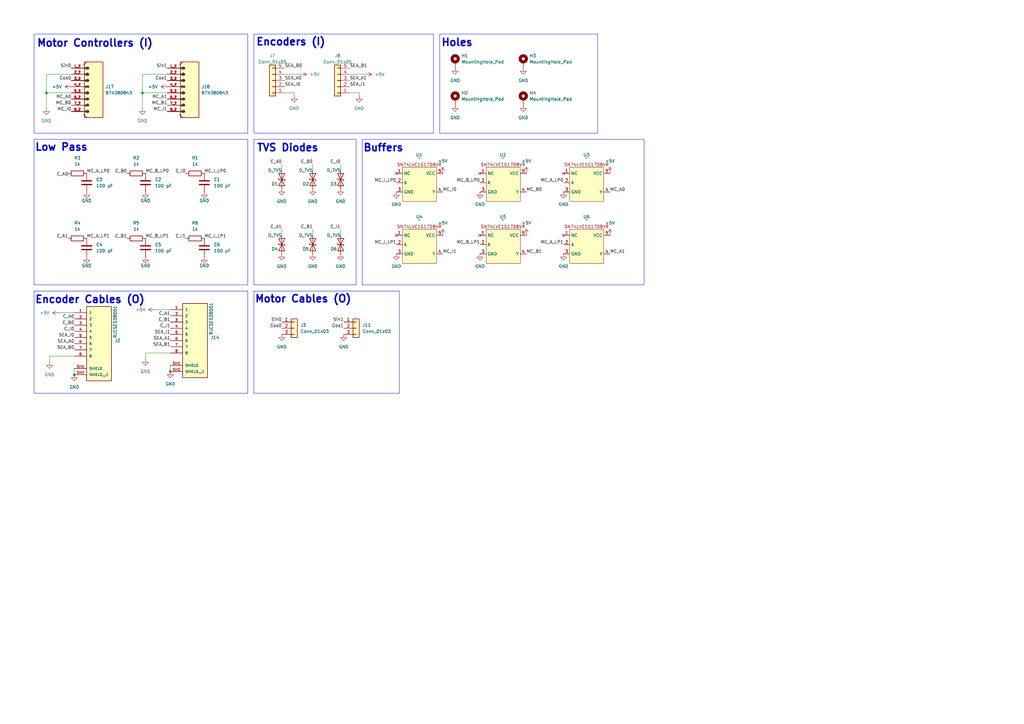
<source format=kicad_sch>
(kicad_sch (version 20250114) (generator "eeschema") (generator_version "9.0")
  (paper "A3")
  (lib_symbols
    (symbol "Buffers:SN74LVC1G17DBVR"
      (property "Reference" "U" (at 6.858 3.048 0))
      (symbol "SN74LVC1G17DBVR_1_1"
        (rectangle (start 0 0) (end 13.97 -13.97) (fill (type background)))
        (text "SN74LVC1G17DBVR" (at 6.858 1.016 0) (effects (font (size 1.27 1.27))))
        (pin input line (at -2.54 -2.54 0) (length 2.54) (name "NC") (number "1"))
        (pin input line (at -2.54 -6.35 0) (length 2.54) (name "A") (number "2"))
        (pin input line (at -2.54 -10.16 0) (length 2.54) (name "GND") (number "3"))
        (pin input line (at 16.51 -2.54 180) (length 2.54) (name "VCC") (number "5"))
        (pin input line (at 16.51 -10.16 180) (length 2.54) (name "Y") (number "4"))
      )
    )
    (symbol "Connector_Generic:Conn_01x03" (pin_names (offset 1.016) (hide yes))
      (property "Reference" "J" (at 0 5.08 0))
      (property "Value" "Conn_01x03" (at 0 -5.08 0))
      (symbol "Conn_01x03_1_1"
        (rectangle (start -1.27 3.81) (end 1.27 -3.81) (stroke (width 0.254)) (fill (type background)))
        (rectangle (start -1.27 2.667) (end 0 2.413) (stroke (width 0.1524)))
        (rectangle (start -1.27 0.127) (end 0 -0.127) (stroke (width 0.1524)))
        (rectangle (start -1.27 -2.413) (end 0 -2.667) (stroke (width 0.1524)))
        (pin passive line (at -5.08 2.54 0) (length 3.81) (name "Pin_1") (number "1"))
        (pin passive line (at -5.08 0 0) (length 3.81) (name "Pin_2") (number "2"))
        (pin passive line (at -5.08 -2.54 0) (length 3.81) (name "Pin_3") (number "3"))
      )
    )
    (symbol "Connector_Generic:Conn_01x05" (pin_names (offset 1.016) (hide yes))
      (property "Reference" "J" (at 0 7.62 0))
      (property "Value" "Conn_01x05" (at 0 -7.62 0))
      (symbol "Conn_01x05_1_1"
        (rectangle (start -1.27 6.35) (end 1.27 -6.35) (stroke (width 0.254)) (fill (type background)))
        (rectangle (start -1.27 5.207) (end 0 4.953) (stroke (width 0.1524)))
        (rectangle (start -1.27 2.667) (end 0 2.413) (stroke (width 0.1524)))
        (rectangle (start -1.27 0.127) (end 0 -0.127) (stroke (width 0.1524)))
        (rectangle (start -1.27 -2.413) (end 0 -2.667) (stroke (width 0.1524)))
        (rectangle (start -1.27 -4.953) (end 0 -5.207) (stroke (width 0.1524)))
        (pin passive line (at -5.08 5.08 0) (length 3.81) (name "Pin_1") (number "1"))
        (pin passive line (at -5.08 2.54 0) (length 3.81) (name "Pin_2") (number "2"))
        (pin passive line (at -5.08 0 0) (length 3.81) (name "Pin_3") (number "3"))
        (pin passive line (at -5.08 -2.54 0) (length 3.81) (name "Pin_4") (number "4"))
        (pin passive line (at -5.08 -5.08 0) (length 3.81) (name "Pin_5") (number "5"))
      )
    )
    (symbol "Device:C" (pin_numbers (hide yes)) (pin_names (offset 0.254))
      (property "Reference" "C" (at 0.635 2.54 0))
      (property "Value" "C" (at 0.635 -2.54 0))
      (symbol "C_0_1"
        (polyline (pts (xy -2.032 0.762) (xy 2.032 0.762)) (stroke (width 0.508)))
        (polyline (pts (xy -2.032 -0.762) (xy 2.032 -0.762)) (stroke (width 0.508)))
      )
      (symbol "C_1_1"
        (pin passive line (at 0 3.81 270) (length 2.794) (name "~") (number "1"))
        (pin passive line (at 0 -3.81 90) (length 2.794) (name "~") (number "2"))
      )
    )
    (symbol "Device:D_TVS" (pin_numbers (hide yes)) (pin_names (offset 1.016) (hide yes))
      (property "Reference" "D" (at 0 2.54 0))
      (property "Value" "D_TVS" (at 0 -2.54 0))
      (symbol "D_TVS_0_1"
        (polyline (pts (xy -2.54 1.27) (xy -2.54 -1.27) (xy 2.54 1.27) (xy 2.54 -1.27) (xy -2.54 1.27)) (stroke (width 0.254)))
        (polyline (pts (xy 0.508 1.27) (xy 0 1.27) (xy 0 -1.27) (xy -0.508 -1.27)) (stroke (width 0.254)))
        (polyline (pts (xy 1.27 0) (xy -1.27 0)))
      )
      (symbol "D_TVS_1_1"
        (pin passive line (at -3.81 0 0) (length 2.54) (name "A1") (number "1"))
        (pin passive line (at 3.81 0 180) (length 2.54) (name "A2") (number "2"))
      )
    )
    (symbol "Device:R" (pin_numbers (hide yes)) (pin_names (offset 0))
      (property "Reference" "R" (at 2.032 0 90))
      (property "Value" "R" (at 0 0 90))
      (symbol "R_0_1"
        (rectangle (start -1.016 -2.54) (end 1.016 2.54) (stroke (width 0.254)))
      )
      (symbol "R_1_1"
        (pin passive line (at 0 3.81 270) (length 1.27) (name "~") (number "1"))
        (pin passive line (at 0 -3.81 90) (length 1.27) (name "~") (number "2"))
      )
    )
    (symbol "Mechanical:MountingHole_Pad" (pin_numbers (hide yes)) (pin_names (offset 1.016) (hide yes)) (exclude_from_sim yes) (in_bom no)
      (property "Reference" "H" (at 0 6.35 0))
      (property "Value" "MountingHole_Pad" (at 0 4.445 0))
      (symbol "MountingHole_Pad_0_1"
        (circle (center 0 1.27) (radius 1.27) (stroke (width 1.27)))
      )
      (symbol "MountingHole_Pad_1_1"
        (pin input line (at 0 -2.54 90) (length 2.54) (name "1") (number "1"))
      )
    )
    (symbol "RJCSE538001:RJCSE538001" (pin_names (offset 1.016))
      (property "Reference" "J" (at -5.08 13.462 0))
      (property "Value" "RJCSE538001" (at -5.08 -20.32 0))
      (symbol "RJCSE538001_0_0"
        (rectangle (start -5.08 -17.78) (end 5.08 12.7) (stroke (width 0.254)) (fill (type background)))
        (pin passive line (at -10.16 10.16 0) (length 5.08) (name "1") (number "1"))
        (pin passive line (at -10.16 7.62 0) (length 5.08) (name "2") (number "2"))
        (pin passive line (at -10.16 5.08 0) (length 5.08) (name "3") (number "3"))
        (pin passive line (at -10.16 2.54 0) (length 5.08) (name "4") (number "4"))
        (pin passive line (at -10.16 0 0) (length 5.08) (name "5") (number "5"))
        (pin passive line (at -10.16 -2.54 0) (length 5.08) (name "6") (number "6"))
        (pin passive line (at -10.16 -5.08 0) (length 5.08) (name "7") (number "7"))
        (pin passive line (at -10.16 -7.62 0) (length 5.08) (name "8") (number "8"))
        (pin passive line (at -10.16 -12.7 0) (length 5.08) (name "SHIELD") (number "SH1"))
        (pin passive line (at -10.16 -15.24 0) (length 5.08) (name "SHIELD__1") (number "SH2"))
      )
    )
    (symbol "USM_conn:874380843" (pin_names (offset 1.016))
      (property "Reference" "J" (at 0 11.43 0))
      (property "Value" "874380843" (at 0 -15.24 0))
      (symbol "874380843_0_0"
        (polyline (pts (xy 0 7.62) (xy 1.905 7.62)) (stroke (width 0.254)))
        (polyline (pts (xy 0 5.08) (xy 1.905 5.08)) (stroke (width 0.254)))
        (polyline (pts (xy 0 2.54) (xy 1.905 2.54)) (stroke (width 0.254)))
        (polyline (pts (xy 0 0) (xy 1.905 0)) (stroke (width 0.254)))
        (polyline (pts (xy 0 -2.54) (xy 1.905 -2.54)) (stroke (width 0.254)))
        (polyline (pts (xy 0 -5.08) (xy 1.905 -5.08)) (stroke (width 0.254)))
        (polyline (pts (xy 0 -7.62) (xy 1.905 -7.62)) (stroke (width 0.254)))
        (polyline (pts (xy 0 -10.16) (xy 1.905 -10.16)) (stroke (width 0.254)))
        (polyline (pts (xy 0 -11.43) (xy 1.27 -12.7)) (stroke (width 0.254)))
        (rectangle (start 0.3175 -12.7) (end 7.9375 10.16) (stroke (width 0.254)) (fill (type background)))
        (rectangle (start 0.635 7.3025) (end 2.2225 7.9375) (stroke (width 0.1)) (fill (type outline)))
        (rectangle (start 0.635 4.7625) (end 2.2225 5.3975) (stroke (width 0.1)) (fill (type outline)))
        (rectangle (start 0.635 2.2225) (end 2.2225 2.8575) (stroke (width 0.1)) (fill (type outline)))
        (rectangle (start 0.635 -0.3175) (end 2.2225 0.3175) (stroke (width 0.1)) (fill (type outline)))
        (rectangle (start 0.635 -2.8575) (end 2.2225 -2.2225) (stroke (width 0.1)) (fill (type outline)))
        (rectangle (start 0.635 -5.3975) (end 2.2225 -4.7625) (stroke (width 0.1)) (fill (type outline)))
        (rectangle (start 0.635 -7.9375) (end 2.2225 -7.3025) (stroke (width 0.1)) (fill (type outline)))
        (rectangle (start 0.635 -10.4775) (end 2.2225 -9.8425) (stroke (width 0.1)) (fill (type outline)))
        (polyline (pts (xy 1.27 10.16) (xy 0 8.89)) (stroke (width 0.254)))
        (pin passive line (at -5.08 7.62 0) (length 5.08) (name "1") (number "1_1"))
        (pin passive line (at -5.08 7.62 0) (length 5.08) (name "1") (number "1_2"))
        (pin passive line (at -5.08 5.08 0) (length 5.08) (name "2") (number "2_1"))
        (pin passive line (at -5.08 5.08 0) (length 5.08) (name "2") (number "2_2"))
        (pin passive line (at -5.08 2.54 0) (length 5.08) (name "3") (number "3_1"))
        (pin passive line (at -5.08 2.54 0) (length 5.08) (name "3") (number "3_2"))
        (pin passive line (at -5.08 0 0) (length 5.08) (name "4") (number "4_1"))
        (pin passive line (at -5.08 0 0) (length 5.08) (name "4") (number "4_2"))
        (pin passive line (at -5.08 -2.54 0) (length 5.08) (name "5") (number "5_1"))
        (pin passive line (at -5.08 -2.54 0) (length 5.08) (name "5") (number "5_2"))
        (pin passive line (at -5.08 -5.08 0) (length 5.08) (name "6") (number "6_1"))
        (pin passive line (at -5.08 -5.08 0) (length 5.08) (name "6") (number "6_2"))
        (pin passive line (at -5.08 -7.62 0) (length 5.08) (name "7") (number "7_1"))
        (pin passive line (at -5.08 -7.62 0) (length 5.08) (name "7") (number "7_2"))
        (pin passive line (at -5.08 -10.16 0) (length 5.08) (name "8") (number "8_1"))
        (pin passive line (at -5.08 -10.16 0) (length 5.08) (name "8") (number "8_2"))
      )
    )
    (symbol "power:+5V" (power) (pin_numbers (hide yes)) (pin_names (offset 0) (hide yes))
      (property "Value" "+5V" (at 0 3.556 0))
      (symbol "+5V_0_1"
        (polyline (pts (xy -0.762 1.27) (xy 0 2.54)))
        (polyline (pts (xy 0 2.54) (xy 0.762 1.27)))
        (polyline (pts (xy 0 0) (xy 0 2.54)))
      )
      (symbol "+5V_1_1"
        (pin power_in line (at 0 0 90) (length 0) (name "~") (number "1"))
      )
    )
    (symbol "power:GND" (power) (pin_numbers (hide yes)) (pin_names (offset 0) (hide yes))
      (property "Value" "GND" (at 0 -3.81 0))
      (symbol "GND_0_1"
        (polyline (pts (xy 0 0) (xy 0 -1.27) (xy 1.27 -1.27) (xy 0 -2.54) (xy -1.27 -1.27) (xy 0 -1.27)))
      )
      (symbol "GND_1_1"
        (pin power_in line (at 0 0 270) (length 0) (name "~") (number "1"))
      )
    )
  )
  (rectangle (start 13.97 119.38) (end 101.6 161.29))
  (rectangle (start 13.97 13.97) (end 101.6 54.61))
  (rectangle (start 104.14 119.38) (end 163.83 161.29))
  (rectangle (start 13.97 57.15) (end 101.6 116.84))
  (rectangle (start 104.14 57.15) (end 146.05 116.84))
  (rectangle (start 148.59 57.15) (end 264.16 116.84))
  (rectangle (start 180.34 13.97) (end 245.11 54.61))
  (rectangle (start 104.14 13.97) (end 177.8 54.61))
  (text "Holes" (at 180.848 19.304 0) (effects (font (size 3 3) (thickness 0.6) (bold yes)) (justify left bottom)))
  (text "Low Pass" (at 14.224 62.23 0) (effects (font (size 3 3) (thickness 0.6) (bold yes)) (justify left bottom)))
  (text "TVS Diodes" (at 105.156 62.484 0) (effects (font (size 3 3) (thickness 0.6) (bold yes)) (justify left bottom)))
  (text "Buffers" (at 148.844 62.484 0) (effects (font (size 3 3) (thickness 0.6) (bold yes)) (justify left bottom)))
  (text "Encoders (I)\n" (at 104.902 19.05 0) (effects (font (size 3 3) (thickness 0.6) (bold yes)) (justify left bottom)))
  (text "Motor Cables (O)\n" (at 104.394 124.46 0) (effects (font (size 3 3) (thickness 0.6) (bold yes)) (justify left bottom)))
  (text "Motor Controllers (I)\n" (at 14.986 19.558 0) (effects (font (size 3 3) (thickness 0.6) (bold yes)) (justify left bottom)))
  (text "Encoder Cables (O)\n" (at 14.224 124.714 0) (effects (font (size 3 3) (thickness 0.6) (bold yes)) (justify left bottom)))
  (junction (at 30.48 153.67))
  (junction (at 58.42 38.1))
  (junction (at 69.85 152.4))
  (junction (at 19.05 38.1))
  (no_connect (at 196.85 71.12))
  (no_connect (at 162.56 96.52))
  (no_connect (at 231.14 96.52))
  (no_connect (at 196.85 96.52))
  (no_connect (at 231.14 71.12))
  (no_connect (at 162.56 71.12))
  (wire (pts (xy 63.5 127) (xy 69.85 127)))
  (wire (pts (xy 27.94 71.12) (xy 27.94 72.39)))
  (wire (pts (xy 147.32 39.37) (xy 147.32 38.1)))
  (wire (pts (xy 59.69 147.32) (xy 59.69 144.78)))
  (wire (pts (xy 58.42 30.48) (xy 58.42 38.1)))
  (wire (pts (xy 30.48 151.13) (xy 30.48 153.67)))
  (wire (pts (xy 19.05 38.1) (xy 29.21 38.1)))
  (wire (pts (xy 128.27 67.31) (xy 128.27 69.85)))
  (wire (pts (xy 19.05 30.48) (xy 19.05 38.1)))
  (wire (pts (xy 19.05 38.1) (xy 19.05 44.45)))
  (wire (pts (xy 58.42 38.1) (xy 58.42 44.45)))
  (wire (pts (xy 24.13 128.27) (xy 30.48 128.27)))
  (wire (pts (xy 115.57 67.31) (xy 115.57 69.85)))
  (wire (pts (xy 120.65 38.1) (xy 116.84 38.1)))
  (wire (pts (xy 58.42 38.1) (xy 68.58 38.1)))
  (wire (pts (xy 139.7 67.31) (xy 139.7 69.85)))
  (wire (pts (xy 30.48 146.05) (xy 20.32 146.05)))
  (wire (pts (xy 139.7 93.98) (xy 139.7 96.52)))
  (wire (pts (xy 123.19 30.48) (xy 116.84 30.48)))
  (wire (pts (xy 29.21 30.48) (xy 19.05 30.48)))
  (wire (pts (xy 115.57 93.98) (xy 115.57 96.52)))
  (wire (pts (xy 147.32 38.1) (xy 143.51 38.1)))
  (wire (pts (xy 69.85 144.78) (xy 59.69 144.78)))
  (wire (pts (xy 69.85 149.86) (xy 69.85 152.4)))
  (wire (pts (xy 128.27 93.98) (xy 128.27 96.52)))
  (wire (pts (xy 120.65 39.37) (xy 120.65 38.1)))
  (wire (pts (xy 149.86 30.48) (xy 143.51 30.48)))
  (wire (pts (xy 20.32 148.59) (xy 20.32 146.05)))
  (wire (pts (xy 68.58 30.48) (xy 58.42 30.48)))
  (label "Sin0" (at 29.21 27.94 180))
  (label "Sin1" (at 140.97 132.08 180))
  (label "MC_B_LP1" (at 59.69 97.79 0))
  (label "C_B1" (at 52.07 97.79 180))
  (label "MC_B_LP0" (at 59.69 71.12 0))
  (label "C_A1" (at 115.57 93.98 180))
  (label "Cos0" (at 115.57 134.62 180))
  (label "SEA_I1" (at 69.85 137.16 180))
  (label "MC_I_LP1" (at 162.56 100.33 180))
  (label "C_B1" (at 69.85 132.08 180))
  (label "MC_B1" (at 215.9 104.14 0))
  (label "SEA_A0" (at 30.48 140.97 180))
  (label "SEA_I0" (at 116.84 35.56 0))
  (label "MC_I1" (at 68.58 45.72 180))
  (label "MC_I_LP0" (at 162.56 74.93 180))
  (label "MC_B0" (at 215.9 78.74 0))
  (label "MC_B_LP1" (at 196.85 100.33 180))
  (label "MC_I1" (at 181.61 104.14 0))
  (label "Sin0" (at 115.57 132.08 180))
  (label "C_I1" (at 139.7 93.98 180))
  (label "Cos1" (at 140.97 134.62 180))
  (label "MC_A_LP1" (at 231.14 100.33 180))
  (label "SEA_B0" (at 116.84 27.94 0))
  (label "C_A1" (at 27.94 97.79 180))
  (label "SEA_I1" (at 143.51 35.56 0))
  (label "C_I0" (at 139.7 67.31 180))
  (label "MC_A_LP0" (at 231.14 74.93 180))
  (label "Cos1" (at 68.58 33.02 180))
  (label "MC_A0" (at 29.21 40.64 180))
  (label "MC_I0" (at 181.61 78.74 0))
  (label "SEA_B0" (at 30.48 143.51 180))
  (label "C_B1" (at 128.27 93.98 180))
  (label "MC_I_LP0" (at 83.82 71.12 0))
  (label "MC_I0" (at 29.21 45.72 180))
  (label "SEA_A0" (at 116.84 33.02 0))
  (label "MC_B_LP0" (at 196.85 74.93 180))
  (label "C_B0" (at 128.27 67.31 180))
  (label "C_I1" (at 69.85 134.62 180))
  (label "MC_B0" (at 29.21 43.18 180))
  (label "MC_A1" (at 68.58 40.64 180))
  (label "C_B0" (at 30.48 133.35 180))
  (label "Sin1" (at 68.58 27.94 180))
  (label "MC_A0" (at 250.19 78.74 0))
  (label "C_A0" (at 115.57 67.31 180))
  (label "MC_A_LP0" (at 35.56 71.12 0))
  (label "SEA_A1" (at 143.51 33.02 0))
  (label "MC_A_LP1" (at 35.56 97.79 0))
  (label "C_I0" (at 30.48 135.89 180))
  (label "SEA_B1" (at 143.51 27.94 0))
  (label "C_A0" (at 30.48 130.81 180))
  (label "MC_B1" (at 68.58 43.18 180))
  (label "C_I1" (at 76.2 97.79 180))
  (label "SEA_B1" (at 69.85 142.24 180))
  (label "SEA_A1" (at 69.85 139.7 180))
  (label "Cos0" (at 29.21 33.02 180))
  (label "C_A1" (at 69.85 129.54 180))
  (label "MC_I_LP1" (at 83.82 97.79 0))
  (label "SEA_I0" (at 30.48 138.43 180))
  (label "MC_A1" (at 250.19 104.14 0))
  (label "C_A0" (at 27.94 72.39 180))
  (label "C_B0" (at 52.07 71.12 180))
  (label "C_I0" (at 76.2 71.12 180))
  (symbol (lib_id "USM_conn:874380843") (at 73.66 35.56 0) (unit 1)
    (property "Reference" "J18" (at 82.55 35.5599 0) (effects (justify left)))
    (property "Value" "874380843" (at 82.55 38.0999 0) (effects (justify left)))
    (property "Footprint" "USM_conn:USM_conn" (effects (hide yes)))
    (property "DigiKey_Part_Number" "WM7652TR-ND" (effects (hide yes)))
    (property "SnapEDA_Link" "https://www.snapeda.com/parts/0874380843/Molex/view-part/?ref=snap" (effects (hide yes)))
    (property "MAXIMUM_PACKAGE_HEIGHT" "4.45 mm" (effects (hide yes)))
    (property "Package" "None" (effects (hide yes)))
    (property "Check_prices" "https://www.snapeda.com/parts/0874380843/Molex/view-part/?ref=eda" (effects (hide yes)))
    (property "STANDARD" "Manufacturer Recommendations" (effects (hide yes)))
    (property "PARTREV" "A" (effects (hide yes)))
    (property "MF" "Molex" (effects (hide yes)))
    (property "MP" "0874380843" (effects (hide yes)))
    (property "Description_1" "Connector Header Surface Mount, Right Angle 8 position 0.059 (1.50mm)" (effects (hide yes)))
    (property "MANUFACTURER" "Molex" (effects (hide yes)))
  )
  (symbol (lib_id "power:GND") (at 59.69 147.32 0) (unit 1)
    (property "Reference" "#PWR036" (effects (hide yes)))
    (property "Value" "GND" (at 59.69 152.4 0))
    (property "Description" "Power symbol creates a global label with name \"GND\" , ground" (effects (hide yes)))
  )
  (symbol (lib_id "power:GND") (at 186.69 27.94 0) (unit 1)
    (property "Reference" "#PWR027" (effects (hide yes)))
    (property "Value" "GND" (at 186.69 33.02 0))
    (property "Description" "Power symbol creates a global label with name \"GND\" , ground" (effects (hide yes)))
  )
  (symbol (lib_id "power:GND") (at 115.57 104.14 0) (unit 1)
    (property "Reference" "#PWR063" (effects (hide yes)))
    (property "Value" "GND" (at 115.57 109.22 0))
    (property "Description" "Power symbol creates a global label with name \"GND\" , ground" (effects (hide yes)))
  )
  (symbol (lib_id "Device:R") (at 31.75 71.12 90) (unit 1)
    (property "Reference" "R3" (at 31.75 64.77 90))
    (property "Value" "1k" (at 31.75 67.31 90))
    (property "Footprint" "Capacitor_SMD:C_0805_2012Metric_Pad1.18x1.45mm_HandSolder" (effects (hide yes)))
    (property "Description" "Resistor" (effects (hide yes)))
  )
  (symbol (lib_id "Buffers:SN74LVC1G17DBVR") (at 199.39 93.98 0) (unit 1)
    (property "Reference" "U5" (at 206.248 88.9 0))
    (property "Value" "~" (at 206.248 90.17 0))
    (property "Footprint" "Package_TO_SOT_SMD:SOT-23-5" (effects (hide yes)))
  )
  (symbol (lib_id "USM_conn:874380843") (at 34.29 35.56 0) (unit 1)
    (property "Reference" "J17" (at 43.18 35.5599 0) (effects (justify left)))
    (property "Value" "874380843" (at 43.18 38.0999 0) (effects (justify left)))
    (property "Footprint" "USM_conn:USM_conn" (effects (hide yes)))
    (property "DigiKey_Part_Number" "WM7652TR-ND" (effects (hide yes)))
    (property "SnapEDA_Link" "https://www.snapeda.com/parts/0874380843/Molex/view-part/?ref=snap" (effects (hide yes)))
    (property "MAXIMUM_PACKAGE_HEIGHT" "4.45 mm" (effects (hide yes)))
    (property "Package" "None" (effects (hide yes)))
    (property "Check_prices" "https://www.snapeda.com/parts/0874380843/Molex/view-part/?ref=eda" (effects (hide yes)))
    (property "STANDARD" "Manufacturer Recommendations" (effects (hide yes)))
    (property "PARTREV" "A" (effects (hide yes)))
    (property "MF" "Molex" (effects (hide yes)))
    (property "MP" "0874380843" (effects (hide yes)))
    (property "Description_1" "Connector Header Surface Mount, Right Angle 8 position 0.059 (1.50mm)" (effects (hide yes)))
    (property "MANUFACTURER" "Molex" (effects (hide yes)))
  )
  (symbol (lib_id "Device:C") (at 35.56 74.93 0) (unit 1)
    (property "Reference" "C3" (at 39.37 73.6599 0) (effects (justify left)))
    (property "Value" "100 pF" (at 39.37 76.1999 0) (effects (justify left)))
    (property "Footprint" "Capacitor_SMD:C_0805_2012Metric_Pad1.18x1.45mm_HandSolder" (effects (hide yes)))
    (property "Description" "Unpolarized capacitor" (effects (hide yes)))
  )
  (symbol (lib_id "Device:R") (at 80.01 71.12 90) (unit 1)
    (property "Reference" "R1" (at 80.01 64.77 90))
    (property "Value" "1k" (at 80.01 67.31 90))
    (property "Footprint" "Capacitor_SMD:C_0805_2012Metric_Pad1.18x1.45mm_HandSolder" (effects (hide yes)))
    (property "Description" "Resistor" (effects (hide yes)))
  )
  (symbol (lib_id "power:GND") (at 59.69 78.74 0) (mirror y) (unit 1)
    (property "Reference" "#PWR07" (effects (hide yes)))
    (property "Value" "GND" (at 59.69 82.296 0))
    (property "Description" "Power symbol creates a global label with name \"GND\" , ground" (effects (hide yes)))
  )
  (symbol (lib_id "Device:C") (at 59.69 74.93 0) (unit 1)
    (property "Reference" "C2" (at 63.5 73.6599 0) (effects (justify left)))
    (property "Value" "100 pF" (at 63.5 76.2 0) (effects (justify left)))
    (property "Footprint" "Capacitor_SMD:C_0805_2012Metric_Pad1.18x1.45mm_HandSolder" (effects (hide yes)))
    (property "Description" "Unpolarized capacitor" (effects (hide yes)))
  )
  (symbol (lib_id "power:GND") (at 214.63 27.94 0) (unit 1)
    (property "Reference" "#PWR028" (effects (hide yes)))
    (property "Value" "GND" (at 214.63 33.02 0))
    (property "Description" "Power symbol creates a global label with name \"GND\" , ground" (effects (hide yes)))
  )
  (symbol (lib_id "power:GND") (at 231.14 104.14 0) (unit 1)
    (property "Reference" "#PWR049" (effects (hide yes)))
    (property "Value" "GND" (at 231.14 109.22 0))
    (property "Description" "Power symbol creates a global label with name \"GND\" , ground" (effects (hide yes)))
  )
  (symbol (lib_id "power:+5V") (at 215.9 71.12 0) (unit 1)
    (property "Reference" "#PWR013" (effects (hide yes)))
    (property "Value" "+5V" (at 215.9 66.04 0))
    (property "Description" "Power symbol creates a global label with name \"+5V\"" (effects (hide yes)))
  )
  (symbol (lib_id "Device:D_TVS") (at 128.27 73.66 270) (unit 1)
    (property "Reference" "D2" (at 126.746 75.438 90) (effects (justify right)))
    (property "Value" "D_TVS" (at 128.27 69.85 90) (effects (justify right)))
    (property "Footprint" "Diode_SMD:D_SOD-123F" (effects (hide yes)))
    (property "Description" "Bidirectional transient-voltage-suppression diode" (effects (hide yes)))
  )
  (symbol (lib_id "Device:C") (at 83.82 74.93 0) (unit 1)
    (property "Reference" "C1" (at 87.63 73.6599 0) (effects (justify left)))
    (property "Value" "100 pF" (at 87.63 76.1999 0) (effects (justify left)))
    (property "Footprint" "Capacitor_SMD:C_0805_2012Metric_Pad1.18x1.45mm_HandSolder" (effects (hide yes)))
    (property "Description" "Unpolarized capacitor" (effects (hide yes)))
  )
  (symbol (lib_id "Buffers:SN74LVC1G17DBVR") (at 165.1 93.98 0) (unit 1)
    (property "Reference" "U4" (at 171.958 88.9 0))
    (property "Value" "~" (at 171.958 90.17 0))
    (property "Footprint" "Package_TO_SOT_SMD:SOT-23-5" (effects (hide yes)))
  )
  (symbol (lib_id "power:GND") (at 115.57 77.47 0) (unit 1)
    (property "Reference" "#PWR016" (effects (hide yes)))
    (property "Value" "GND" (at 115.57 82.55 0))
    (property "Description" "Power symbol creates a global label with name \"GND\" , ground" (effects (hide yes)))
  )
  (symbol (lib_id "power:+5V") (at 123.19 30.48 270) (unit 1)
    (property "Reference" "#PWR029" (effects (hide yes)))
    (property "Value" "+5V" (at 127 30.4799 90) (effects (justify left)))
    (property "Description" "Power symbol creates a global label with name \"+5V\"" (effects (hide yes)))
  )
  (symbol (lib_id "power:GND") (at 147.32 39.37 0) (unit 1)
    (property "Reference" "#PWR026" (effects (hide yes)))
    (property "Value" "GND" (at 147.32 44.45 0))
    (property "Description" "Power symbol creates a global label with name \"GND\" , ground" (effects (hide yes)))
  )
  (symbol (lib_id "power:+5V") (at 250.19 71.12 0) (unit 1)
    (property "Reference" "#PWR014" (effects (hide yes)))
    (property "Value" "+5V" (at 250.19 66.04 0))
    (property "Description" "Power symbol creates a global label with name \"+5V\"" (effects (hide yes)))
  )
  (symbol (lib_id "Device:R") (at 55.88 71.12 90) (unit 1)
    (property "Reference" "R2" (at 55.88 64.77 90))
    (property "Value" "1k" (at 55.88 67.31 90))
    (property "Footprint" "Capacitor_SMD:C_0805_2012Metric_Pad1.18x1.45mm_HandSolder" (effects (hide yes)))
    (property "Description" "Resistor" (effects (hide yes)))
  )
  (symbol (lib_id "Device:D_TVS") (at 115.57 100.33 270) (unit 1)
    (property "Reference" "D4" (at 114.046 102.108 90) (effects (justify right)))
    (property "Value" "D_TVS" (at 115.57 96.52 90) (effects (justify right)))
    (property "Footprint" "Diode_SMD:D_SOD-123F" (effects (hide yes)))
    (property "Description" "Bidirectional transient-voltage-suppression diode" (effects (hide yes)))
  )
  (symbol (lib_id "power:GND") (at 139.7 77.47 0) (unit 1)
    (property "Reference" "#PWR018" (effects (hide yes)))
    (property "Value" "GND" (at 139.7 82.55 0))
    (property "Description" "Power symbol creates a global label with name \"GND\" , ground" (effects (hide yes)))
  )
  (symbol (lib_id "power:GND") (at 35.56 105.41 0) (mirror y) (unit 1)
    (property "Reference" "#PWR072" (effects (hide yes)))
    (property "Value" "GND" (at 35.56 108.966 0))
    (property "Description" "Power symbol creates a global label with name \"GND\" , ground" (effects (hide yes)))
  )
  (symbol (lib_id "power:GND") (at 214.63 43.18 0) (unit 1)
    (property "Reference" "#PWR031" (effects (hide yes)))
    (property "Value" "GND" (at 214.63 48.26 0))
    (property "Description" "Power symbol creates a global label with name \"GND\" , ground" (effects (hide yes)))
  )
  (symbol (lib_id "Buffers:SN74LVC1G17DBVR") (at 233.68 68.58 0) (unit 1)
    (property "Reference" "U3" (at 240.538 63.5 0))
    (property "Value" "~" (at 240.538 64.77 0))
    (property "Footprint" "Package_TO_SOT_SMD:SOT-23-5" (effects (hide yes)))
  )
  (symbol (lib_id "power:GND") (at 69.85 152.4 0) (unit 1)
    (property "Reference" "#PWR038" (effects (hide yes)))
    (property "Value" "GND" (at 69.85 157.48 0))
    (property "Description" "Power symbol creates a global label with name \"GND\" , ground" (effects (hide yes)))
  )
  (symbol (lib_id "RJCSE538001:RJCSE538001") (at 80.01 137.16 0) (unit 1)
    (property "Reference" "J14" (at 86.36 138.4299 0) (effects (justify left)))
    (property "Value" "RJCSE538001" (at 86.614 137.414 90) (effects (justify left)))
    (property "Footprint" "RJCSE538001:AMPHENOL_RJCSE538001" (effects (hide yes)))
    (property "PARTREV" "A" (effects (hide yes)))
    (property "STANDARD" "Manufacturer Recommendations" (effects (hide yes)))
    (property "SNAPEDA_PN" "RJCSE538001" (effects (hide yes)))
    (property "MAXIMUM_PACKAGE_HEIGHT" "13.38mm" (effects (hide yes)))
    (property "MANUFACTURER" "Amphenol" (effects (hide yes)))
  )
  (symbol (lib_id "power:GND") (at 196.85 104.14 0) (unit 1)
    (property "Reference" "#PWR047" (effects (hide yes)))
    (property "Value" "GND" (at 196.85 109.22 0))
    (property "Description" "Power symbol creates a global label with name \"GND\" , ground" (effects (hide yes)))
  )
  (symbol (lib_id "Buffers:SN74LVC1G17DBVR") (at 233.68 93.98 0) (unit 1)
    (property "Reference" "U6" (at 240.538 88.9 0))
    (property "Value" "~" (at 240.538 90.17 0))
    (property "Footprint" "Package_TO_SOT_SMD:SOT-23-5" (effects (hide yes)))
  )
  (symbol (lib_id "Device:D_TVS") (at 115.57 73.66 270) (unit 1)
    (property "Reference" "D1" (at 114.046 75.438 90) (effects (justify right)))
    (property "Value" "D_TVS" (at 115.57 69.85 90) (effects (justify right)))
    (property "Footprint" "Diode_SMD:D_SOD-123F" (effects (hide yes)))
    (property "Description" "Bidirectional transient-voltage-suppression diode" (effects (hide yes)))
  )
  (symbol (lib_id "Connector_Generic:Conn_01x03") (at 120.65 134.62 0) (unit 1)
    (property "Reference" "J3" (at 123.19 133.3499 0) (effects (justify left)))
    (property "Value" "Conn_01x03" (at 123.19 135.8899 0) (effects (justify left)))
    (property "Footprint" "Connector_Molex:Molex_KK-396_A-41792-0003_1x03_P3.96mm_Horizontal" (effects (hide yes)))
    (property "Description" "Generic connector, single row, 01x03, script generated (kicad-library-utils/schlib/autogen/connector/)" (effects (hide yes)))
  )
  (symbol (lib_id "Device:C") (at 35.56 101.6 0) (unit 1)
    (property "Reference" "C4" (at 39.37 100.3299 0) (effects (justify left)))
    (property "Value" "100 pF" (at 39.37 102.8699 0) (effects (justify left)))
    (property "Footprint" "Capacitor_SMD:C_0805_2012Metric_Pad1.18x1.45mm_HandSolder" (effects (hide yes)))
    (property "Description" "Unpolarized capacitor" (effects (hide yes)))
  )
  (symbol (lib_id "RJCSE538001:RJCSE538001") (at 40.64 138.43 0) (unit 1)
    (property "Reference" "J2" (at 46.99 139.6999 0) (effects (justify left)))
    (property "Value" "RJCSE538001" (at 47.244 138.684 90) (effects (justify left)))
    (property "Footprint" "RJCSE538001:AMPHENOL_RJCSE538001" (effects (hide yes)))
    (property "PARTREV" "A" (effects (hide yes)))
    (property "STANDARD" "Manufacturer Recommendations" (effects (hide yes)))
    (property "SNAPEDA_PN" "RJCSE538001" (effects (hide yes)))
    (property "MAXIMUM_PACKAGE_HEIGHT" "13.38mm" (effects (hide yes)))
    (property "MANUFACTURER" "Amphenol" (effects (hide yes)))
  )
  (symbol (lib_id "Buffers:SN74LVC1G17DBVR") (at 199.39 68.58 0) (unit 1)
    (property "Reference" "U2" (at 206.248 63.5 0))
    (property "Value" "~" (at 206.248 64.77 0))
    (property "Footprint" "Package_TO_SOT_SMD:SOT-23-5" (effects (hide yes)))
  )
  (symbol (lib_id "power:GND") (at 59.69 105.41 0) (mirror y) (unit 1)
    (property "Reference" "#PWR073" (effects (hide yes)))
    (property "Value" "GND" (at 59.69 108.966 0))
    (property "Description" "Power symbol creates a global label with name \"GND\" , ground" (effects (hide yes)))
  )
  (symbol (lib_id "power:+5V") (at 215.9 96.52 0) (unit 1)
    (property "Reference" "#PWR048" (effects (hide yes)))
    (property "Value" "+5V" (at 215.9 91.44 0))
    (property "Description" "Power symbol creates a global label with name \"+5V\"" (effects (hide yes)))
  )
  (symbol (lib_id "power:GND") (at 30.48 153.67 0) (unit 1)
    (property "Reference" "#PWR03" (effects (hide yes)))
    (property "Value" "GND" (at 30.48 158.75 0))
    (property "Description" "Power symbol creates a global label with name \"GND\" , ground" (effects (hide yes)))
  )
  (symbol (lib_id "Device:D_TVS") (at 139.7 73.66 270) (unit 1)
    (property "Reference" "D3" (at 138.176 75.438 90) (effects (justify right)))
    (property "Value" "D_TVS" (at 139.7 69.85 90) (effects (justify right)))
    (property "Footprint" "Diode_SMD:D_SOD-123F" (effects (hide yes)))
    (property "Description" "Bidirectional transient-voltage-suppression diode" (effects (hide yes)))
  )
  (symbol (lib_id "power:GND") (at 231.14 78.74 0) (unit 1)
    (property "Reference" "#PWR011" (effects (hide yes)))
    (property "Value" "GND" (at 231.14 83.82 0))
    (property "Description" "Power symbol creates a global label with name \"GND\" , ground" (effects (hide yes)))
  )
  (symbol (lib_id "power:GND") (at 128.27 104.14 0) (unit 1)
    (property "Reference" "#PWR064" (effects (hide yes)))
    (property "Value" "GND" (at 128.27 109.22 0))
    (property "Description" "Power symbol creates a global label with name \"GND\" , ground" (effects (hide yes)))
  )
  (symbol (lib_id "Mechanical:MountingHole_Pad") (at 186.69 40.64 0) (unit 1) (exclude_from_sim yes) (in_bom no)
    (property "Reference" "H2" (at 189.23 38.0999 0) (effects (justify left)))
    (property "Value" "MountingHole_Pad" (at 189.23 40.6399 0) (effects (justify left)))
    (property "Footprint" "MountingHole:MountingHole_3.2mm_M3_Pad_TopBottom" (effects (hide yes)))
    (property "Description" "Mounting Hole with connection" (effects (hide yes)))
  )
  (symbol (lib_id "Mechanical:MountingHole_Pad") (at 214.63 40.64 0) (unit 1) (exclude_from_sim yes) (in_bom no)
    (property "Reference" "H4" (at 217.17 38.0999 0) (effects (justify left)))
    (property "Value" "MountingHole_Pad" (at 217.17 40.6399 0) (effects (justify left)))
    (property "Footprint" "MountingHole:MountingHole_3.2mm_M3_Pad_TopBottom" (effects (hide yes)))
    (property "Description" "Mounting Hole with connection" (effects (hide yes)))
  )
  (symbol (lib_id "power:+5V") (at 250.19 96.52 0) (unit 1)
    (property "Reference" "#PWR050" (effects (hide yes)))
    (property "Value" "+5V" (at 250.19 91.44 0))
    (property "Description" "Power symbol creates a global label with name \"+5V\"" (effects (hide yes)))
  )
  (symbol (lib_id "Device:R") (at 31.75 97.79 90) (unit 1)
    (property "Reference" "R4" (at 31.75 91.44 90))
    (property "Value" "1k" (at 31.75 93.98 90))
    (property "Footprint" "Capacitor_SMD:C_0805_2012Metric_Pad1.18x1.45mm_HandSolder" (effects (hide yes)))
    (property "Description" "Resistor" (effects (hide yes)))
  )
  (symbol (lib_id "power:GND") (at 162.56 78.74 0) (unit 1)
    (property "Reference" "#PWR09" (effects (hide yes)))
    (property "Value" "GND" (at 162.56 83.82 0))
    (property "Description" "Power symbol creates a global label with name \"GND\" , ground" (effects (hide yes)))
  )
  (symbol (lib_id "power:GND") (at 83.82 105.41 0) (mirror y) (unit 1)
    (property "Reference" "#PWR074" (effects (hide yes)))
    (property "Value" "GND" (at 83.82 108.966 0))
    (property "Description" "Power symbol creates a global label with name \"GND\" , ground" (effects (hide yes)))
  )
  (symbol (lib_id "power:GND") (at 128.27 77.47 0) (unit 1)
    (property "Reference" "#PWR017" (effects (hide yes)))
    (property "Value" "GND" (at 128.27 82.55 0))
    (property "Description" "Power symbol creates a global label with name \"GND\" , ground" (effects (hide yes)))
  )
  (symbol (lib_id "power:GND") (at 186.69 43.18 0) (unit 1)
    (property "Reference" "#PWR032" (effects (hide yes)))
    (property "Value" "GND" (at 186.69 48.26 0))
    (property "Description" "Power symbol creates a global label with name \"GND\" , ground" (effects (hide yes)))
  )
  (symbol (lib_id "Mechanical:MountingHole_Pad") (at 214.63 25.4 0) (unit 1) (exclude_from_sim yes) (in_bom no)
    (property "Reference" "H3" (at 217.17 22.8599 0) (effects (justify left)))
    (property "Value" "MountingHole_Pad" (at 217.17 25.3999 0) (effects (justify left)))
    (property "Footprint" "MountingHole:MountingHole_3.2mm_M3_Pad_TopBottom" (effects (hide yes)))
    (property "Description" "Mounting Hole with connection" (effects (hide yes)))
  )
  (symbol (lib_id "Mechanical:MountingHole_Pad") (at 186.69 25.4 0) (unit 1) (exclude_from_sim yes) (in_bom no)
    (property "Reference" "H1" (at 189.23 22.8599 0) (effects (justify left)))
    (property "Value" "MountingHole_Pad" (at 189.23 25.3999 0) (effects (justify left)))
    (property "Footprint" "MountingHole:MountingHole_3.2mm_M3_Pad_TopBottom" (effects (hide yes)))
    (property "Description" "Mounting Hole with connection" (effects (hide yes)))
  )
  (symbol (lib_id "power:+5V") (at 181.61 71.12 0) (unit 1)
    (property "Reference" "#PWR012" (effects (hide yes)))
    (property "Value" "+5V" (at 181.61 66.04 0))
    (property "Description" "Power symbol creates a global label with name \"+5V\"" (effects (hide yes)))
  )
  (symbol (lib_id "Device:C") (at 83.82 101.6 0) (unit 1)
    (property "Reference" "C6" (at 87.63 100.3299 0) (effects (justify left)))
    (property "Value" "100 pF" (at 87.63 102.8699 0) (effects (justify left)))
    (property "Footprint" "Capacitor_SMD:C_0805_2012Metric_Pad1.18x1.45mm_HandSolder" (effects (hide yes)))
    (property "Description" "Unpolarized capacitor" (effects (hide yes)))
  )
  (symbol (lib_id "power:GND") (at 162.56 104.14 0) (unit 1)
    (property "Reference" "#PWR045" (effects (hide yes)))
    (property "Value" "GND" (at 162.56 109.22 0))
    (property "Description" "Power symbol creates a global label with name \"GND\" , ground" (effects (hide yes)))
  )
  (symbol (lib_id "power:GND") (at 139.7 104.14 0) (unit 1)
    (property "Reference" "#PWR065" (effects (hide yes)))
    (property "Value" "GND" (at 139.7 109.22 0))
    (property "Description" "Power symbol creates a global label with name \"GND\" , ground" (effects (hide yes)))
  )
  (symbol (lib_id "power:GND") (at 83.82 78.74 0) (mirror y) (unit 1)
    (property "Reference" "#PWR06" (effects (hide yes)))
    (property "Value" "GND" (at 83.82 82.296 0))
    (property "Description" "Power symbol creates a global label with name \"GND\" , ground" (effects (hide yes)))
  )
  (symbol (lib_id "power:GND") (at 20.32 148.59 0) (unit 1)
    (property "Reference" "#PWR05" (effects (hide yes)))
    (property "Value" "GND" (at 20.32 153.67 0))
    (property "Description" "Power symbol creates a global label with name \"GND\" , ground" (effects (hide yes)))
  )
  (symbol (lib_id "power:GND") (at 58.42 44.45 0) (unit 1)
    (property "Reference" "#PWR019" (effects (hide yes)))
    (property "Value" "GND" (at 58.42 49.53 0))
    (property "Description" "Power symbol creates a global label with name \"GND\" , ground" (effects (hide yes)))
  )
  (symbol (lib_id "power:GND") (at 196.85 78.74 0) (unit 1)
    (property "Reference" "#PWR010" (effects (hide yes)))
    (property "Value" "GND" (at 196.85 83.82 0))
    (property "Description" "Power symbol creates a global label with name \"GND\" , ground" (effects (hide yes)))
  )
  (symbol (lib_id "power:GND") (at 140.97 137.16 0) (unit 1)
    (property "Reference" "#PWR033" (effects (hide yes)))
    (property "Value" "GND" (at 140.97 142.24 0))
    (property "Description" "Power symbol creates a global label with name \"GND\" , ground" (effects (hide yes)))
  )
  (symbol (lib_id "Device:R") (at 55.88 97.79 90) (unit 1)
    (property "Reference" "R5" (at 55.88 91.44 90))
    (property "Value" "1k" (at 55.88 93.98 90))
    (property "Footprint" "Capacitor_SMD:C_0805_2012Metric_Pad1.18x1.45mm_HandSolder" (effects (hide yes)))
    (property "Description" "Resistor" (effects (hide yes)))
  )
  (symbol (lib_id "power:+5V") (at 149.86 30.48 270) (unit 1)
    (property "Reference" "#PWR030" (effects (hide yes)))
    (property "Value" "+5V" (at 153.67 30.4799 90) (effects (justify left)))
    (property "Description" "Power symbol creates a global label with name \"+5V\"" (effects (hide yes)))
  )
  (symbol (lib_id "Connector_Generic:Conn_01x05") (at 111.76 33.02 180) (unit 1)
    (property "Reference" "J7" (at 111.76 22.86 0))
    (property "Value" "Conn_01x05" (at 111.76 25.4 0))
    (property "Footprint" "Connector_JST:JST_EH_B5B-EH-A_1x05_P2.50mm_Vertical" (effects (hide yes)))
    (property "Description" "Generic connector, single row, 01x05, script generated (kicad-library-utils/schlib/autogen/connector/)" (effects (hide yes)))
  )
  (symbol (lib_id "Connector_Generic:Conn_01x05") (at 138.43 33.02 180) (unit 1)
    (property "Reference" "J8" (at 138.43 22.86 0))
    (property "Value" "Conn_01x05" (at 138.43 25.4 0))
    (property "Footprint" "Connector_JST:JST_EH_B5B-EH-A_1x05_P2.50mm_Vertical" (effects (hide yes)))
    (property "Description" "Generic connector, single row, 01x05, script generated (kicad-library-utils/schlib/autogen/connector/)" (effects (hide yes)))
  )
  (symbol (lib_id "Connector_Generic:Conn_01x03") (at 146.05 134.62 0) (unit 1)
    (property "Reference" "J11" (at 148.59 133.3499 0) (effects (justify left)))
    (property "Value" "Conn_01x03" (at 148.59 135.8899 0) (effects (justify left)))
    (property "Footprint" "Connector_Molex:Molex_KK-396_A-41792-0003_1x03_P3.96mm_Horizontal" (effects (hide yes)))
    (property "Description" "Generic connector, single row, 01x03, script generated (kicad-library-utils/schlib/autogen/connector/)" (effects (hide yes)))
  )
  (symbol (lib_id "Device:D_TVS") (at 128.27 100.33 270) (unit 1)
    (property "Reference" "D5" (at 126.746 102.108 90) (effects (justify right)))
    (property "Value" "D_TVS" (at 128.27 96.52 90) (effects (justify right)))
    (property "Footprint" "Diode_SMD:D_SOD-123F" (effects (hide yes)))
    (property "Description" "Bidirectional transient-voltage-suppression diode" (effects (hide yes)))
  )
  (symbol (lib_id "Device:C") (at 59.69 101.6 0) (unit 1)
    (property "Reference" "C5" (at 63.5 100.3299 0) (effects (justify left)))
    (property "Value" "100 pF" (at 63.5 102.87 0) (effects (justify left)))
    (property "Footprint" "Capacitor_SMD:C_0805_2012Metric_Pad1.18x1.45mm_HandSolder" (effects (hide yes)))
    (property "Description" "Unpolarized capacitor" (effects (hide yes)))
  )
  (symbol (lib_id "Device:D_TVS") (at 139.7 100.33 270) (unit 1)
    (property "Reference" "D6" (at 138.176 102.108 90) (effects (justify right)))
    (property "Value" "D_TVS" (at 139.7 96.52 90) (effects (justify right)))
    (property "Footprint" "Diode_SMD:D_SOD-123F" (effects (hide yes)))
    (property "Description" "Bidirectional transient-voltage-suppression diode" (effects (hide yes)))
  )
  (symbol (lib_id "power:+5V") (at 181.61 96.52 0) (unit 1)
    (property "Reference" "#PWR046" (effects (hide yes)))
    (property "Value" "+5V" (at 181.61 91.44 0))
    (property "Description" "Power symbol creates a global label with name \"+5V\"" (effects (hide yes)))
  )
  (symbol (lib_id "Device:R") (at 80.01 97.79 90) (unit 1)
    (property "Reference" "R6" (at 80.01 91.44 90))
    (property "Value" "1k" (at 80.01 93.98 90))
    (property "Footprint" "Capacitor_SMD:C_0805_2012Metric_Pad1.18x1.45mm_HandSolder" (effects (hide yes)))
    (property "Description" "Resistor" (effects (hide yes)))
  )
  (symbol (lib_id "power:+5V") (at 63.5 127 90) (unit 1)
    (property "Reference" "#PWR037" (effects (hide yes)))
    (property "Value" "+5V" (at 59.69 126.9999 90) (effects (justify left)))
    (property "Description" "Power symbol creates a global label with name \"+5V\"" (effects (hide yes)))
  )
  (symbol (lib_id "power:GND") (at 120.65 39.37 0) (unit 1)
    (property "Reference" "#PWR025" (effects (hide yes)))
    (property "Value" "GND" (at 120.65 44.45 0))
    (property "Description" "Power symbol creates a global label with name \"GND\" , ground" (effects (hide yes)))
  )
  (symbol (lib_id "power:+5V") (at 29.21 35.56 90) (unit 1)
    (property "Reference" "#PWR02" (effects (hide yes)))
    (property "Value" "+5V" (at 25.4 35.5599 90) (effects (justify left)))
    (property "Description" "Power symbol creates a global label with name \"+5V\"" (effects (hide yes)))
  )
  (symbol (lib_id "Buffers:SN74LVC1G17DBVR") (at 165.1 68.58 0) (unit 1)
    (property "Reference" "U1" (at 171.958 63.5 0))
    (property "Value" "~" (at 171.958 64.77 0))
    (property "Footprint" "Package_TO_SOT_SMD:SOT-23-5" (effects (hide yes)))
  )
  (symbol (lib_id "power:GND") (at 35.56 78.74 0) (mirror y) (unit 1)
    (property "Reference" "#PWR08" (effects (hide yes)))
    (property "Value" "GND" (at 35.56 82.296 0))
    (property "Description" "Power symbol creates a global label with name \"GND\" , ground" (effects (hide yes)))
  )
  (symbol (lib_id "power:+5V") (at 68.58 35.56 90) (unit 1)
    (property "Reference" "#PWR020" (effects (hide yes)))
    (property "Value" "+5V" (at 64.77 35.5599 90) (effects (justify left)))
    (property "Description" "Power symbol creates a global label with name \"+5V\"" (effects (hide yes)))
  )
  (symbol (lib_id "power:GND") (at 19.05 44.45 0) (unit 1)
    (property "Reference" "#PWR01" (effects (hide yes)))
    (property "Value" "GND" (at 19.05 49.53 0))
    (property "Description" "Power symbol creates a global label with name \"GND\" , ground" (effects (hide yes)))
  )
  (symbol (lib_id "power:+5V") (at 24.13 128.27 90) (unit 1)
    (property "Reference" "#PWR04" (effects (hide yes)))
    (property "Value" "+5V" (at 20.32 128.2699 90) (effects (justify left)))
    (property "Description" "Power symbol creates a global label with name \"+5V\"" (effects (hide yes)))
  )
  (symbol (lib_id "power:GND") (at 115.57 137.16 0) (unit 1)
    (property "Reference" "#PWR015" (effects (hide yes)))
    (property "Value" "GND" (at 115.57 142.24 0))
    (property "Description" "Power symbol creates a global label with name \"GND\" , ground" (effects (hide yes)))
  )
)
</source>
